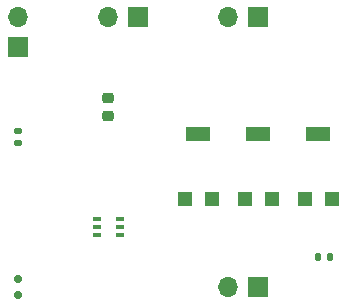
<source format=gbr>
%TF.GenerationSoftware,KiCad,Pcbnew,7.0.7*%
%TF.CreationDate,2023-09-26T16:23:54+08:00*%
%TF.ProjectId,led,6c65642e-6b69-4636-9164-5f7063625858,rev?*%
%TF.SameCoordinates,Original*%
%TF.FileFunction,Soldermask,Top*%
%TF.FilePolarity,Negative*%
%FSLAX46Y46*%
G04 Gerber Fmt 4.6, Leading zero omitted, Abs format (unit mm)*
G04 Created by KiCad (PCBNEW 7.0.7) date 2023-09-26 16:23:54*
%MOMM*%
%LPD*%
G01*
G04 APERTURE LIST*
G04 Aperture macros list*
%AMRoundRect*
0 Rectangle with rounded corners*
0 $1 Rounding radius*
0 $2 $3 $4 $5 $6 $7 $8 $9 X,Y pos of 4 corners*
0 Add a 4 corners polygon primitive as box body*
4,1,4,$2,$3,$4,$5,$6,$7,$8,$9,$2,$3,0*
0 Add four circle primitives for the rounded corners*
1,1,$1+$1,$2,$3*
1,1,$1+$1,$4,$5*
1,1,$1+$1,$6,$7*
1,1,$1+$1,$8,$9*
0 Add four rect primitives between the rounded corners*
20,1,$1+$1,$2,$3,$4,$5,0*
20,1,$1+$1,$4,$5,$6,$7,0*
20,1,$1+$1,$6,$7,$8,$9,0*
20,1,$1+$1,$8,$9,$2,$3,0*%
G04 Aperture macros list end*
%ADD10R,1.300000X1.300000*%
%ADD11R,2.000000X1.300000*%
%ADD12RoundRect,0.135000X0.135000X0.185000X-0.135000X0.185000X-0.135000X-0.185000X0.135000X-0.185000X0*%
%ADD13RoundRect,0.135000X-0.185000X0.135000X-0.185000X-0.135000X0.185000X-0.135000X0.185000X0.135000X0*%
%ADD14RoundRect,0.218750X0.256250X-0.218750X0.256250X0.218750X-0.256250X0.218750X-0.256250X-0.218750X0*%
%ADD15RoundRect,0.150000X0.200000X-0.150000X0.200000X0.150000X-0.200000X0.150000X-0.200000X-0.150000X0*%
%ADD16R,1.700000X1.700000*%
%ADD17O,1.700000X1.700000*%
%ADD18R,0.650000X0.400000*%
G04 APERTURE END LIST*
D10*
%TO.C,RV2*%
X52190000Y-45930000D03*
D11*
X53340000Y-40430000D03*
D10*
X54490000Y-45930000D03*
%TD*%
D12*
%TO.C,R2*%
X59440000Y-50800000D03*
X58420000Y-50800000D03*
%TD*%
D13*
%TO.C,R1*%
X33020000Y-40130000D03*
X33020000Y-41150000D03*
%TD*%
D14*
%TO.C,D1*%
X40640000Y-38887500D03*
X40640000Y-37312500D03*
%TD*%
D10*
%TO.C,RV1*%
X47110000Y-45930000D03*
D11*
X48260000Y-40430000D03*
D10*
X49410000Y-45930000D03*
%TD*%
D15*
%TO.C,D2*%
X33020000Y-52640000D03*
X33020000Y-54040000D03*
%TD*%
D16*
%TO.C,J3*%
X53340000Y-30480000D03*
D17*
X50800000Y-30480000D03*
%TD*%
D10*
%TO.C,RV3*%
X57270000Y-45930000D03*
D11*
X58420000Y-40430000D03*
D10*
X59570000Y-45930000D03*
%TD*%
D16*
%TO.C,J1*%
X33020000Y-33020000D03*
D17*
X33020000Y-30480000D03*
%TD*%
D18*
%TO.C,Q1*%
X39690000Y-47610000D03*
X39690000Y-48260000D03*
X39690000Y-48910000D03*
X41590000Y-48910000D03*
X41590000Y-48260000D03*
X41590000Y-47610000D03*
%TD*%
D16*
%TO.C,J2*%
X43180000Y-30480000D03*
D17*
X40640000Y-30480000D03*
%TD*%
D16*
%TO.C,J4*%
X53340000Y-53340000D03*
D17*
X50800000Y-53340000D03*
%TD*%
M02*

</source>
